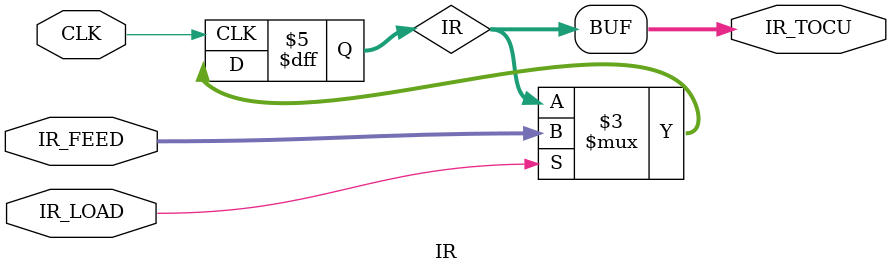
<source format=v>
module IR(IR_TOCU, IR_FEED, IR_LOAD, CLK);

	input [7:0] IR_FEED; 
	input CLK, IR_LOAD;

	reg [7:0] IR;
	output [7:0] IR_TOCU;
	
	always @(posedge CLK)
	begin
	
		if(IR_LOAD)
			IR = IR_FEED[7:0];
		//else if (!IR_LOAD)
		//	IR = 8'bzzzzzzzz;
	
	end
	
	assign IR_TOCU = IR;
	
endmodule 
</source>
